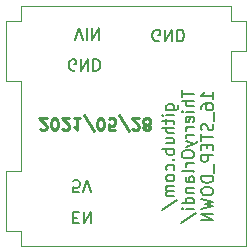
<source format=gbr>
%TF.GenerationSoftware,KiCad,Pcbnew,(5.1.9)-1*%
%TF.CreationDate,2021-05-28T15:44:06+02:00*%
%TF.ProjectId,16_STEP_DOWN,31365f53-5445-4505-9f44-4f574e2e6b69,rev?*%
%TF.SameCoordinates,Original*%
%TF.FileFunction,Legend,Bot*%
%TF.FilePolarity,Positive*%
%FSLAX46Y46*%
G04 Gerber Fmt 4.6, Leading zero omitted, Abs format (unit mm)*
G04 Created by KiCad (PCBNEW (5.1.9)-1) date 2021-05-28 15:44:06*
%MOMM*%
%LPD*%
G01*
G04 APERTURE LIST*
%ADD10C,0.250000*%
%ADD11C,0.150000*%
%TA.AperFunction,Profile*%
%ADD12C,0.050000*%
%TD*%
G04 APERTURE END LIST*
D10*
X103173333Y-71392380D02*
X103220952Y-71440000D01*
X103316190Y-71487619D01*
X103554285Y-71487619D01*
X103649523Y-71440000D01*
X103697142Y-71392380D01*
X103744761Y-71297142D01*
X103744761Y-71201904D01*
X103697142Y-71059047D01*
X103125714Y-70487619D01*
X103744761Y-70487619D01*
X104363809Y-71487619D02*
X104459047Y-71487619D01*
X104554285Y-71440000D01*
X104601904Y-71392380D01*
X104649523Y-71297142D01*
X104697142Y-71106666D01*
X104697142Y-70868571D01*
X104649523Y-70678095D01*
X104601904Y-70582857D01*
X104554285Y-70535238D01*
X104459047Y-70487619D01*
X104363809Y-70487619D01*
X104268571Y-70535238D01*
X104220952Y-70582857D01*
X104173333Y-70678095D01*
X104125714Y-70868571D01*
X104125714Y-71106666D01*
X104173333Y-71297142D01*
X104220952Y-71392380D01*
X104268571Y-71440000D01*
X104363809Y-71487619D01*
X105078095Y-71392380D02*
X105125714Y-71440000D01*
X105220952Y-71487619D01*
X105459047Y-71487619D01*
X105554285Y-71440000D01*
X105601904Y-71392380D01*
X105649523Y-71297142D01*
X105649523Y-71201904D01*
X105601904Y-71059047D01*
X105030476Y-70487619D01*
X105649523Y-70487619D01*
X106601904Y-70487619D02*
X106030476Y-70487619D01*
X106316190Y-70487619D02*
X106316190Y-71487619D01*
X106220952Y-71344761D01*
X106125714Y-71249523D01*
X106030476Y-71201904D01*
X107744761Y-71535238D02*
X106887619Y-70249523D01*
X108268571Y-71487619D02*
X108363809Y-71487619D01*
X108459047Y-71440000D01*
X108506666Y-71392380D01*
X108554285Y-71297142D01*
X108601904Y-71106666D01*
X108601904Y-70868571D01*
X108554285Y-70678095D01*
X108506666Y-70582857D01*
X108459047Y-70535238D01*
X108363809Y-70487619D01*
X108268571Y-70487619D01*
X108173333Y-70535238D01*
X108125714Y-70582857D01*
X108078095Y-70678095D01*
X108030476Y-70868571D01*
X108030476Y-71106666D01*
X108078095Y-71297142D01*
X108125714Y-71392380D01*
X108173333Y-71440000D01*
X108268571Y-71487619D01*
X109506666Y-71487619D02*
X109030476Y-71487619D01*
X108982857Y-71011428D01*
X109030476Y-71059047D01*
X109125714Y-71106666D01*
X109363809Y-71106666D01*
X109459047Y-71059047D01*
X109506666Y-71011428D01*
X109554285Y-70916190D01*
X109554285Y-70678095D01*
X109506666Y-70582857D01*
X109459047Y-70535238D01*
X109363809Y-70487619D01*
X109125714Y-70487619D01*
X109030476Y-70535238D01*
X108982857Y-70582857D01*
X110697142Y-71535238D02*
X109840000Y-70249523D01*
X110982857Y-71392380D02*
X111030476Y-71440000D01*
X111125714Y-71487619D01*
X111363809Y-71487619D01*
X111459047Y-71440000D01*
X111506666Y-71392380D01*
X111554285Y-71297142D01*
X111554285Y-71201904D01*
X111506666Y-71059047D01*
X110935238Y-70487619D01*
X111554285Y-70487619D01*
X112125714Y-71059047D02*
X112030476Y-71106666D01*
X111982857Y-71154285D01*
X111935238Y-71249523D01*
X111935238Y-71297142D01*
X111982857Y-71392380D01*
X112030476Y-71440000D01*
X112125714Y-71487619D01*
X112316190Y-71487619D01*
X112411428Y-71440000D01*
X112459047Y-71392380D01*
X112506666Y-71297142D01*
X112506666Y-71249523D01*
X112459047Y-71154285D01*
X112411428Y-71106666D01*
X112316190Y-71059047D01*
X112125714Y-71059047D01*
X112030476Y-71011428D01*
X111982857Y-70963809D01*
X111935238Y-70868571D01*
X111935238Y-70678095D01*
X111982857Y-70582857D01*
X112030476Y-70535238D01*
X112125714Y-70487619D01*
X112316190Y-70487619D01*
X112411428Y-70535238D01*
X112459047Y-70582857D01*
X112506666Y-70678095D01*
X112506666Y-70868571D01*
X112459047Y-70963809D01*
X112411428Y-71011428D01*
X112316190Y-71059047D01*
D11*
X106001904Y-78911428D02*
X106335238Y-78911428D01*
X106478095Y-78387619D02*
X106001904Y-78387619D01*
X106001904Y-79387619D01*
X106478095Y-79387619D01*
X106906666Y-78387619D02*
X106906666Y-79387619D01*
X107478095Y-78387619D01*
X107478095Y-79387619D01*
X113278095Y-63940000D02*
X113182857Y-63987619D01*
X113040000Y-63987619D01*
X112897142Y-63940000D01*
X112801904Y-63844761D01*
X112754285Y-63749523D01*
X112706666Y-63559047D01*
X112706666Y-63416190D01*
X112754285Y-63225714D01*
X112801904Y-63130476D01*
X112897142Y-63035238D01*
X113040000Y-62987619D01*
X113135238Y-62987619D01*
X113278095Y-63035238D01*
X113325714Y-63082857D01*
X113325714Y-63416190D01*
X113135238Y-63416190D01*
X113754285Y-62987619D02*
X113754285Y-63987619D01*
X114325714Y-62987619D01*
X114325714Y-63987619D01*
X114801904Y-62987619D02*
X114801904Y-63987619D01*
X115040000Y-63987619D01*
X115182857Y-63940000D01*
X115278095Y-63844761D01*
X115325714Y-63749523D01*
X115373333Y-63559047D01*
X115373333Y-63416190D01*
X115325714Y-63225714D01*
X115278095Y-63130476D01*
X115182857Y-63035238D01*
X115040000Y-62987619D01*
X114801904Y-62987619D01*
X106144761Y-63887619D02*
X106478095Y-62887619D01*
X106811428Y-63887619D01*
X107144761Y-62887619D02*
X107144761Y-63887619D01*
X107620952Y-62887619D02*
X107620952Y-63887619D01*
X108192380Y-62887619D01*
X108192380Y-63887619D01*
D12*
X119380000Y-67310000D02*
X120650000Y-67310000D01*
X119380000Y-64770000D02*
X119380000Y-67310000D01*
X120650000Y-64770000D02*
X119380000Y-64770000D01*
X120650000Y-62230000D02*
X120650000Y-64770000D01*
X119380000Y-62230000D02*
X120650000Y-62230000D01*
X119380000Y-60960000D02*
X119380000Y-62230000D01*
D11*
X106489523Y-76747619D02*
X106013333Y-76747619D01*
X105965714Y-76271428D01*
X106013333Y-76319047D01*
X106108571Y-76366666D01*
X106346666Y-76366666D01*
X106441904Y-76319047D01*
X106489523Y-76271428D01*
X106537142Y-76176190D01*
X106537142Y-75938095D01*
X106489523Y-75842857D01*
X106441904Y-75795238D01*
X106346666Y-75747619D01*
X106108571Y-75747619D01*
X106013333Y-75795238D01*
X105965714Y-75842857D01*
X106822857Y-76747619D02*
X107156190Y-75747619D01*
X107489523Y-76747619D01*
X106178095Y-66440000D02*
X106082857Y-66487619D01*
X105940000Y-66487619D01*
X105797142Y-66440000D01*
X105701904Y-66344761D01*
X105654285Y-66249523D01*
X105606666Y-66059047D01*
X105606666Y-65916190D01*
X105654285Y-65725714D01*
X105701904Y-65630476D01*
X105797142Y-65535238D01*
X105940000Y-65487619D01*
X106035238Y-65487619D01*
X106178095Y-65535238D01*
X106225714Y-65582857D01*
X106225714Y-65916190D01*
X106035238Y-65916190D01*
X106654285Y-65487619D02*
X106654285Y-66487619D01*
X107225714Y-65487619D01*
X107225714Y-66487619D01*
X107701904Y-65487619D02*
X107701904Y-66487619D01*
X107940000Y-66487619D01*
X108082857Y-66440000D01*
X108178095Y-66344761D01*
X108225714Y-66249523D01*
X108273333Y-66059047D01*
X108273333Y-65916190D01*
X108225714Y-65725714D01*
X108178095Y-65630476D01*
X108082857Y-65535238D01*
X107940000Y-65487619D01*
X107701904Y-65487619D01*
D12*
X113665000Y-60960000D02*
X119380000Y-60960000D01*
X114935000Y-81280000D02*
X120650000Y-81280000D01*
X101600000Y-62230000D02*
X101600000Y-60960000D01*
X100330000Y-62230000D02*
X101600000Y-62230000D01*
X100330000Y-64770000D02*
X100330000Y-62230000D01*
X101600000Y-67310000D02*
X100330000Y-67310000D01*
X101600000Y-74930000D02*
X101600000Y-67310000D01*
X100330000Y-74930000D02*
X101600000Y-74930000D01*
X120650000Y-67310000D02*
X120650000Y-81280000D01*
X101600000Y-60960000D02*
X113665000Y-60960000D01*
X101600000Y-80010000D02*
X101600000Y-81280000D01*
X100330000Y-80010000D02*
X101600000Y-80010000D01*
X100330000Y-64770000D02*
X100330000Y-67310000D01*
D11*
X113875714Y-69763809D02*
X114685238Y-69763809D01*
X114780476Y-69716190D01*
X114828095Y-69668571D01*
X114875714Y-69573333D01*
X114875714Y-69430476D01*
X114828095Y-69335238D01*
X114494761Y-69763809D02*
X114542380Y-69668571D01*
X114542380Y-69478095D01*
X114494761Y-69382857D01*
X114447142Y-69335238D01*
X114351904Y-69287619D01*
X114066190Y-69287619D01*
X113970952Y-69335238D01*
X113923333Y-69382857D01*
X113875714Y-69478095D01*
X113875714Y-69668571D01*
X113923333Y-69763809D01*
X114542380Y-70240000D02*
X113875714Y-70240000D01*
X113542380Y-70240000D02*
X113590000Y-70192380D01*
X113637619Y-70240000D01*
X113590000Y-70287619D01*
X113542380Y-70240000D01*
X113637619Y-70240000D01*
X113875714Y-70573333D02*
X113875714Y-70954285D01*
X113542380Y-70716190D02*
X114399523Y-70716190D01*
X114494761Y-70763809D01*
X114542380Y-70859047D01*
X114542380Y-70954285D01*
X114542380Y-71287619D02*
X113542380Y-71287619D01*
X114542380Y-71716190D02*
X114018571Y-71716190D01*
X113923333Y-71668571D01*
X113875714Y-71573333D01*
X113875714Y-71430476D01*
X113923333Y-71335238D01*
X113970952Y-71287619D01*
X113875714Y-72620952D02*
X114542380Y-72620952D01*
X113875714Y-72192380D02*
X114399523Y-72192380D01*
X114494761Y-72240000D01*
X114542380Y-72335238D01*
X114542380Y-72478095D01*
X114494761Y-72573333D01*
X114447142Y-72620952D01*
X114542380Y-73097142D02*
X113542380Y-73097142D01*
X113923333Y-73097142D02*
X113875714Y-73192380D01*
X113875714Y-73382857D01*
X113923333Y-73478095D01*
X113970952Y-73525714D01*
X114066190Y-73573333D01*
X114351904Y-73573333D01*
X114447142Y-73525714D01*
X114494761Y-73478095D01*
X114542380Y-73382857D01*
X114542380Y-73192380D01*
X114494761Y-73097142D01*
X114447142Y-74001904D02*
X114494761Y-74049523D01*
X114542380Y-74001904D01*
X114494761Y-73954285D01*
X114447142Y-74001904D01*
X114542380Y-74001904D01*
X114494761Y-74906666D02*
X114542380Y-74811428D01*
X114542380Y-74620952D01*
X114494761Y-74525714D01*
X114447142Y-74478095D01*
X114351904Y-74430476D01*
X114066190Y-74430476D01*
X113970952Y-74478095D01*
X113923333Y-74525714D01*
X113875714Y-74620952D01*
X113875714Y-74811428D01*
X113923333Y-74906666D01*
X114542380Y-75478095D02*
X114494761Y-75382857D01*
X114447142Y-75335238D01*
X114351904Y-75287619D01*
X114066190Y-75287619D01*
X113970952Y-75335238D01*
X113923333Y-75382857D01*
X113875714Y-75478095D01*
X113875714Y-75620952D01*
X113923333Y-75716190D01*
X113970952Y-75763809D01*
X114066190Y-75811428D01*
X114351904Y-75811428D01*
X114447142Y-75763809D01*
X114494761Y-75716190D01*
X114542380Y-75620952D01*
X114542380Y-75478095D01*
X114542380Y-76240000D02*
X113875714Y-76240000D01*
X113970952Y-76240000D02*
X113923333Y-76287619D01*
X113875714Y-76382857D01*
X113875714Y-76525714D01*
X113923333Y-76620952D01*
X114018571Y-76668571D01*
X114542380Y-76668571D01*
X114018571Y-76668571D02*
X113923333Y-76716190D01*
X113875714Y-76811428D01*
X113875714Y-76954285D01*
X113923333Y-77049523D01*
X114018571Y-77097142D01*
X114542380Y-77097142D01*
X113494761Y-78287619D02*
X114780476Y-77430476D01*
X115192380Y-68120952D02*
X115192380Y-68692380D01*
X116192380Y-68406666D02*
X115192380Y-68406666D01*
X116192380Y-69025714D02*
X115192380Y-69025714D01*
X116192380Y-69454285D02*
X115668571Y-69454285D01*
X115573333Y-69406666D01*
X115525714Y-69311428D01*
X115525714Y-69168571D01*
X115573333Y-69073333D01*
X115620952Y-69025714D01*
X116192380Y-69930476D02*
X115525714Y-69930476D01*
X115192380Y-69930476D02*
X115240000Y-69882857D01*
X115287619Y-69930476D01*
X115240000Y-69978095D01*
X115192380Y-69930476D01*
X115287619Y-69930476D01*
X116144761Y-70787619D02*
X116192380Y-70692380D01*
X116192380Y-70501904D01*
X116144761Y-70406666D01*
X116049523Y-70359047D01*
X115668571Y-70359047D01*
X115573333Y-70406666D01*
X115525714Y-70501904D01*
X115525714Y-70692380D01*
X115573333Y-70787619D01*
X115668571Y-70835238D01*
X115763809Y-70835238D01*
X115859047Y-70359047D01*
X116192380Y-71263809D02*
X115525714Y-71263809D01*
X115716190Y-71263809D02*
X115620952Y-71311428D01*
X115573333Y-71359047D01*
X115525714Y-71454285D01*
X115525714Y-71549523D01*
X116192380Y-71882857D02*
X115525714Y-71882857D01*
X115716190Y-71882857D02*
X115620952Y-71930476D01*
X115573333Y-71978095D01*
X115525714Y-72073333D01*
X115525714Y-72168571D01*
X115525714Y-72406666D02*
X116192380Y-72644761D01*
X115525714Y-72882857D02*
X116192380Y-72644761D01*
X116430476Y-72549523D01*
X116478095Y-72501904D01*
X116525714Y-72406666D01*
X115192380Y-73454285D02*
X115192380Y-73644761D01*
X115240000Y-73740000D01*
X115335238Y-73835238D01*
X115525714Y-73882857D01*
X115859047Y-73882857D01*
X116049523Y-73835238D01*
X116144761Y-73740000D01*
X116192380Y-73644761D01*
X116192380Y-73454285D01*
X116144761Y-73359047D01*
X116049523Y-73263809D01*
X115859047Y-73216190D01*
X115525714Y-73216190D01*
X115335238Y-73263809D01*
X115240000Y-73359047D01*
X115192380Y-73454285D01*
X116192380Y-74311428D02*
X115525714Y-74311428D01*
X115716190Y-74311428D02*
X115620952Y-74359047D01*
X115573333Y-74406666D01*
X115525714Y-74501904D01*
X115525714Y-74597142D01*
X116192380Y-75073333D02*
X116144761Y-74978095D01*
X116049523Y-74930476D01*
X115192380Y-74930476D01*
X116192380Y-75882857D02*
X115668571Y-75882857D01*
X115573333Y-75835238D01*
X115525714Y-75740000D01*
X115525714Y-75549523D01*
X115573333Y-75454285D01*
X116144761Y-75882857D02*
X116192380Y-75787619D01*
X116192380Y-75549523D01*
X116144761Y-75454285D01*
X116049523Y-75406666D01*
X115954285Y-75406666D01*
X115859047Y-75454285D01*
X115811428Y-75549523D01*
X115811428Y-75787619D01*
X115763809Y-75882857D01*
X115525714Y-76359047D02*
X116192380Y-76359047D01*
X115620952Y-76359047D02*
X115573333Y-76406666D01*
X115525714Y-76501904D01*
X115525714Y-76644761D01*
X115573333Y-76740000D01*
X115668571Y-76787619D01*
X116192380Y-76787619D01*
X116192380Y-77692380D02*
X115192380Y-77692380D01*
X116144761Y-77692380D02*
X116192380Y-77597142D01*
X116192380Y-77406666D01*
X116144761Y-77311428D01*
X116097142Y-77263809D01*
X116001904Y-77216190D01*
X115716190Y-77216190D01*
X115620952Y-77263809D01*
X115573333Y-77311428D01*
X115525714Y-77406666D01*
X115525714Y-77597142D01*
X115573333Y-77692380D01*
X116192380Y-78168571D02*
X115525714Y-78168571D01*
X115192380Y-78168571D02*
X115240000Y-78120952D01*
X115287619Y-78168571D01*
X115240000Y-78216190D01*
X115192380Y-78168571D01*
X115287619Y-78168571D01*
X115144761Y-79359047D02*
X116430476Y-78501904D01*
X117842380Y-68859047D02*
X117842380Y-68287619D01*
X117842380Y-68573333D02*
X116842380Y-68573333D01*
X116985238Y-68478095D01*
X117080476Y-68382857D01*
X117128095Y-68287619D01*
X116842380Y-69716190D02*
X116842380Y-69525714D01*
X116890000Y-69430476D01*
X116937619Y-69382857D01*
X117080476Y-69287619D01*
X117270952Y-69240000D01*
X117651904Y-69240000D01*
X117747142Y-69287619D01*
X117794761Y-69335238D01*
X117842380Y-69430476D01*
X117842380Y-69620952D01*
X117794761Y-69716190D01*
X117747142Y-69763809D01*
X117651904Y-69811428D01*
X117413809Y-69811428D01*
X117318571Y-69763809D01*
X117270952Y-69716190D01*
X117223333Y-69620952D01*
X117223333Y-69430476D01*
X117270952Y-69335238D01*
X117318571Y-69287619D01*
X117413809Y-69240000D01*
X117937619Y-70001904D02*
X117937619Y-70763809D01*
X117794761Y-70954285D02*
X117842380Y-71097142D01*
X117842380Y-71335238D01*
X117794761Y-71430476D01*
X117747142Y-71478095D01*
X117651904Y-71525714D01*
X117556666Y-71525714D01*
X117461428Y-71478095D01*
X117413809Y-71430476D01*
X117366190Y-71335238D01*
X117318571Y-71144761D01*
X117270952Y-71049523D01*
X117223333Y-71001904D01*
X117128095Y-70954285D01*
X117032857Y-70954285D01*
X116937619Y-71001904D01*
X116890000Y-71049523D01*
X116842380Y-71144761D01*
X116842380Y-71382857D01*
X116890000Y-71525714D01*
X116842380Y-71811428D02*
X116842380Y-72382857D01*
X117842380Y-72097142D02*
X116842380Y-72097142D01*
X117318571Y-72716190D02*
X117318571Y-73049523D01*
X117842380Y-73192380D02*
X117842380Y-72716190D01*
X116842380Y-72716190D01*
X116842380Y-73192380D01*
X117842380Y-73620952D02*
X116842380Y-73620952D01*
X116842380Y-74001904D01*
X116890000Y-74097142D01*
X116937619Y-74144761D01*
X117032857Y-74192380D01*
X117175714Y-74192380D01*
X117270952Y-74144761D01*
X117318571Y-74097142D01*
X117366190Y-74001904D01*
X117366190Y-73620952D01*
X117937619Y-74382857D02*
X117937619Y-75144761D01*
X117842380Y-75382857D02*
X116842380Y-75382857D01*
X116842380Y-75620952D01*
X116890000Y-75763809D01*
X116985238Y-75859047D01*
X117080476Y-75906666D01*
X117270952Y-75954285D01*
X117413809Y-75954285D01*
X117604285Y-75906666D01*
X117699523Y-75859047D01*
X117794761Y-75763809D01*
X117842380Y-75620952D01*
X117842380Y-75382857D01*
X116842380Y-76573333D02*
X116842380Y-76763809D01*
X116890000Y-76859047D01*
X116985238Y-76954285D01*
X117175714Y-77001904D01*
X117509047Y-77001904D01*
X117699523Y-76954285D01*
X117794761Y-76859047D01*
X117842380Y-76763809D01*
X117842380Y-76573333D01*
X117794761Y-76478095D01*
X117699523Y-76382857D01*
X117509047Y-76335238D01*
X117175714Y-76335238D01*
X116985238Y-76382857D01*
X116890000Y-76478095D01*
X116842380Y-76573333D01*
X116842380Y-77335238D02*
X117842380Y-77573333D01*
X117128095Y-77763809D01*
X117842380Y-77954285D01*
X116842380Y-78192380D01*
X117842380Y-78573333D02*
X116842380Y-78573333D01*
X117842380Y-79144761D01*
X116842380Y-79144761D01*
D12*
X114935000Y-81280000D02*
X101600000Y-81280000D01*
X100330000Y-80010000D02*
X100330000Y-74930000D01*
M02*

</source>
